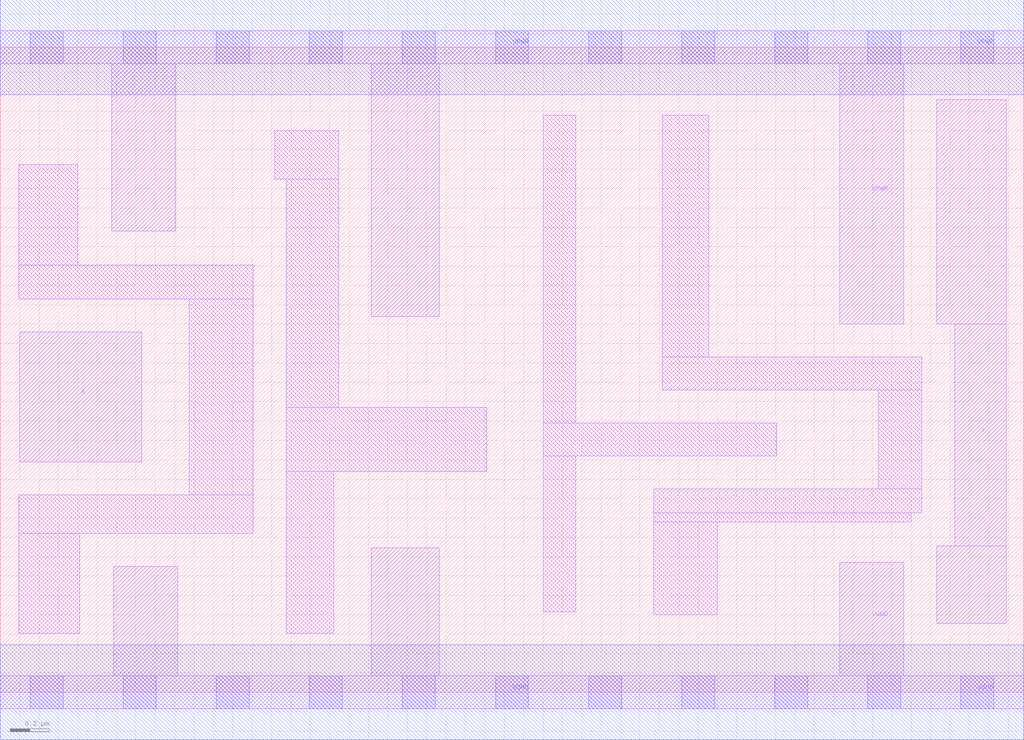
<source format=lef>
# Copyright 2020 The SkyWater PDK Authors
#
# Licensed under the Apache License, Version 2.0 (the "License");
# you may not use this file except in compliance with the License.
# You may obtain a copy of the License at
#
#     https://www.apache.org/licenses/LICENSE-2.0
#
# Unless required by applicable law or agreed to in writing, software
# distributed under the License is distributed on an "AS IS" BASIS,
# WITHOUT WARRANTIES OR CONDITIONS OF ANY KIND, either express or implied.
# See the License for the specific language governing permissions and
# limitations under the License.
#
# SPDX-License-Identifier: Apache-2.0

VERSION 5.7 ;
  NAMESCASESENSITIVE ON ;
  NOWIREEXTENSIONATPIN ON ;
  DIVIDERCHAR "/" ;
  BUSBITCHARS "[]" ;
UNITS
  DATABASE MICRONS 200 ;
END UNITS
MACRO sky130_fd_sc_hs__clkdlyinv5sd3_1
  CLASS CORE ;
  SOURCE USER ;
  FOREIGN sky130_fd_sc_hs__clkdlyinv5sd3_1 ;
  ORIGIN  0.000000  0.000000 ;
  SIZE  5.280000 BY  3.330000 ;
  SYMMETRY X Y ;
  SITE unit ;
  PIN A
    ANTENNAGATEAREA  0.231000 ;
    DIRECTION INPUT ;
    USE SIGNAL ;
    PORT
      LAYER li1 ;
        RECT 0.100000 1.190000 0.730000 1.860000 ;
    END
  END A
  PIN Y
    ANTENNADIFFAREA  0.424900 ;
    DIRECTION OUTPUT ;
    USE SIGNAL ;
    PORT
      LAYER li1 ;
        RECT 4.830000 0.355000 5.190000 0.755000 ;
        RECT 4.830000 1.900000 5.190000 3.060000 ;
        RECT 4.925000 0.755000 5.190000 1.900000 ;
    END
  END Y
  PIN VGND
    DIRECTION INOUT ;
    USE GROUND ;
    PORT
      LAYER li1 ;
        RECT 0.000000 -0.085000 5.280000 0.085000 ;
        RECT 0.585000  0.085000 0.915000 0.650000 ;
        RECT 1.915000  0.085000 2.265000 0.745000 ;
        RECT 4.330000  0.085000 4.660000 0.670000 ;
      LAYER mcon ;
        RECT 0.155000 -0.085000 0.325000 0.085000 ;
        RECT 0.635000 -0.085000 0.805000 0.085000 ;
        RECT 1.115000 -0.085000 1.285000 0.085000 ;
        RECT 1.595000 -0.085000 1.765000 0.085000 ;
        RECT 2.075000 -0.085000 2.245000 0.085000 ;
        RECT 2.555000 -0.085000 2.725000 0.085000 ;
        RECT 3.035000 -0.085000 3.205000 0.085000 ;
        RECT 3.515000 -0.085000 3.685000 0.085000 ;
        RECT 3.995000 -0.085000 4.165000 0.085000 ;
        RECT 4.475000 -0.085000 4.645000 0.085000 ;
        RECT 4.955000 -0.085000 5.125000 0.085000 ;
      LAYER met1 ;
        RECT 0.000000 -0.245000 5.280000 0.245000 ;
    END
  END VGND
  PIN VPWR
    DIRECTION INOUT ;
    USE POWER ;
    PORT
      LAYER li1 ;
        RECT 0.000000 3.245000 5.280000 3.415000 ;
        RECT 0.575000 2.380000 0.905000 3.245000 ;
        RECT 1.915000 1.940000 2.265000 3.245000 ;
        RECT 4.330000 1.900000 4.660000 3.245000 ;
      LAYER mcon ;
        RECT 0.155000 3.245000 0.325000 3.415000 ;
        RECT 0.635000 3.245000 0.805000 3.415000 ;
        RECT 1.115000 3.245000 1.285000 3.415000 ;
        RECT 1.595000 3.245000 1.765000 3.415000 ;
        RECT 2.075000 3.245000 2.245000 3.415000 ;
        RECT 2.555000 3.245000 2.725000 3.415000 ;
        RECT 3.035000 3.245000 3.205000 3.415000 ;
        RECT 3.515000 3.245000 3.685000 3.415000 ;
        RECT 3.995000 3.245000 4.165000 3.415000 ;
        RECT 4.475000 3.245000 4.645000 3.415000 ;
        RECT 4.955000 3.245000 5.125000 3.415000 ;
      LAYER met1 ;
        RECT 0.000000 3.085000 5.280000 3.575000 ;
    END
  END VPWR
  OBS
    LAYER li1 ;
      RECT 0.095000 0.305000 0.410000 0.820000 ;
      RECT 0.095000 0.820000 1.305000 1.020000 ;
      RECT 0.095000 2.030000 1.305000 2.205000 ;
      RECT 0.095000 2.205000 0.400000 2.725000 ;
      RECT 0.975000 1.020000 1.305000 2.030000 ;
      RECT 1.415000 2.650000 1.745000 2.900000 ;
      RECT 1.475000 0.305000 1.720000 1.140000 ;
      RECT 1.475000 1.140000 2.510000 1.470000 ;
      RECT 1.475000 1.470000 1.745000 2.650000 ;
      RECT 2.800000 0.415000 2.970000 1.220000 ;
      RECT 2.800000 1.220000 4.005000 1.390000 ;
      RECT 2.800000 1.390000 2.970000 2.980000 ;
      RECT 3.370000 0.400000 3.700000 0.880000 ;
      RECT 3.370000 0.880000 4.700000 0.925000 ;
      RECT 3.370000 0.925000 4.755000 1.050000 ;
      RECT 3.415000 1.560000 4.755000 1.730000 ;
      RECT 3.415000 1.730000 3.655000 2.980000 ;
      RECT 4.530000 1.050000 4.755000 1.560000 ;
  END
END sky130_fd_sc_hs__clkdlyinv5sd3_1

</source>
